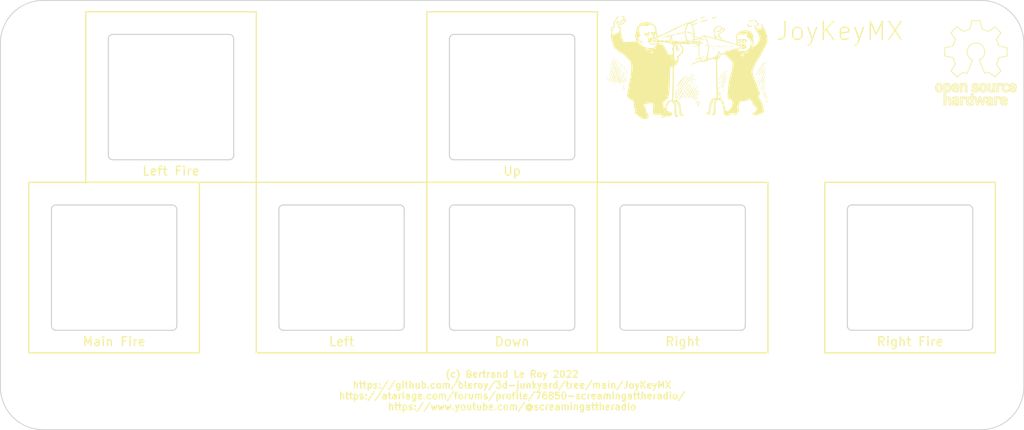
<source format=kicad_pcb>
(kicad_pcb (version 20211014) (generator pcbnew)
  (layers (0 "F.Cu" signal) (31 "B.Cu" signal) (34 "B.Paste" user) (35 "F.Paste" user) (36 "B.SilkS" user "B.Silkscreen") (37 "F.SilkS" user "F.Silkscreen") (38 "B.Mask" user) (39 "F.Mask" user) (44 "Edge.Cuts" user))
  (net 0 "")
  (footprint "Library:SW_Hole_1.00u_PCB" (layer "F.Cu") (at 146.05 127)
    (fp_text reference "SW7" hide)
    (fp_text value "SW_WITHLED" hide)
    (fp_line (start -7 -6.5) (end -7 6.5) (layer "Edge.Cuts") (width 0.12))
    (fp_line (start -6.5 7) (end 6.5 7) (layer "Edge.Cuts") (width 0.12))
    (fp_line (start 7 -6.5) (end 7 6.5) (layer "Edge.Cuts") (width 0.12))
    (fp_line (start -6.5 -7) (end 6.5 -7) (layer "Edge.Cuts") (width 0.12))
    (fp_arc (start 7 6.5) (mid 6.853553 6.853553) (end 6.5 7) (layer "Edge.Cuts") (width 0.12))
    (fp_arc (start -6.5 7) (mid -6.853553 6.853553) (end -7 6.5) (layer "Edge.Cuts") (width 0.12))
    (fp_arc (start -7 -6.5) (mid -6.853553 -6.853553) (end -6.5 -7) (layer "Edge.Cuts") (width 0.12))
    (fp_arc (start 6.5 -7) (mid 6.853553 -6.853553) (end 7 -6.5) (layer "Edge.Cuts") (width 0.12))
  )
  (footprint "Library:SW_Hole_1.00u_PCB" (layer "F.Cu") (at 88.9 107.95)
    (fp_text reference "SW3" hide)
    (fp_text value "SW_WITHLED" hide)
    (fp_line (start -6.5 -7) (end 6.5 -7) (layer "Edge.Cuts") (width 0.12))
    (fp_line (start -6.5 7) (end 6.5 7) (layer "Edge.Cuts") (width 0.12))
    (fp_line (start -7 -6.5) (end -7 6.5) (layer "Edge.Cuts") (width 0.12))
    (fp_line (start 7 -6.5) (end 7 6.5) (layer "Edge.Cuts") (width 0.12))
    (fp_arc (start -6.5 7) (mid -6.853553 6.853553) (end -7 6.5) (layer "Edge.Cuts") (width 0.12))
    (fp_arc (start 7 6.5) (mid 6.853553 6.853553) (end 6.5 7) (layer "Edge.Cuts") (width 0.12))
    (fp_arc (start -7 -6.5) (mid -6.853553 -6.853553) (end -6.5 -7) (layer "Edge.Cuts") (width 0.12))
    (fp_arc (start 6.5 -7) (mid 6.853553 -6.853553) (end 7 -6.5) (layer "Edge.Cuts") (width 0.12))
  )
  (footprint "MountingHole:MountingHole_3.2mm_M3" (layer "F.Cu") (at 179.07 140.0175)
    (fp_text reference "REF**" hide)
    (fp_text value "MountingHole_3.2mm_M3" hide)
    (pad "" np_thru_hole circle (at 0 0) (size 3.2 3.2) (drill 3.2) (layers *.Cu *.Mask))
  )
  (footprint "Library:SW_Hole_1.00u_PCB" (layer "F.Cu") (at 127 107.95)
    (fp_text reference "SW4" hide)
    (fp_text value "SW_WITHLED" hide)
    (fp_line (start 7 -6.5) (end 7 6.5) (layer "Edge.Cuts") (width 0.12))
    (fp_line (start -7 -6.5) (end -7 6.5) (layer "Edge.Cuts") (width 0.12))
    (fp_line (start -6.5 7) (end 6.5 7) (layer "Edge.Cuts") (width 0.12))
    (fp_line (start -6.5 -7) (end 6.5 -7) (layer "Edge.Cuts") (width 0.12))
    (fp_arc (start -6.5 7) (mid -6.853553 6.853553) (end -7 6.5) (layer "Edge.Cuts") (width 0.12))
    (fp_arc (start 7 6.5) (mid 6.853553 6.853553) (end 6.5 7) (layer "Edge.Cuts") (width 0.12))
    (fp_arc (start -7 -6.5) (mid -6.853553 -6.853553) (end -6.5 -7) (layer "Edge.Cuts") (width 0.12))
    (fp_arc (start 6.5 -7) (mid 6.853553 -6.853553) (end 7 -6.5) (layer "Edge.Cuts") (width 0.12))
  )
  (footprint "Library:SW_Hole_1.00u_PCB" (layer "F.Cu") (at 171.45 127)
    (fp_text reference "SW2" hide)
    (fp_text value "SW_WITHLED" hide)
    (fp_line (start -6.5 -7) (end 6.5 -7) (layer "Edge.Cuts") (width 0.12))
    (fp_line (start -6.5 7) (end 6.5 7) (layer "Edge.Cuts") (width 0.12))
    (fp_line (start 7 -6.5) (end 7 6.5) (layer "Edge.Cuts") (width 0.12))
    (fp_line (start -7 -6.5) (end -7 6.5) (layer "Edge.Cuts") (width 0.12))
    (fp_arc (start -6.5 7) (mid -6.853553 6.853553) (end -7 6.5) (layer "Edge.Cuts") (width 0.12))
    (fp_arc (start -7 -6.5) (mid -6.853553 -6.853553) (end -6.5 -7) (layer "Edge.Cuts") (width 0.12))
    (fp_arc (start 7 6.5) (mid 6.853553 6.853553) (end 6.5 7) (layer "Edge.Cuts") (width 0.12))
    (fp_arc (start 6.5 -7) (mid 6.853553 -6.853553) (end 7 -6.5) (layer "Edge.Cuts") (width 0.12))
  )
  (footprint "Library:ScreamingLogo" (layer "F.Cu") (at 146.691778 103.559601)
    (fp_text reference "G***" hide)
    (fp_text value "LOGO" hide)
  )
  (footprint "Library:OSH_logo" (layer "F.Cu") (at 178.811851 102.80769)
    (fp_text reference "REF**" hide)
    (fp_text value "OSH_logo" hide)
  )
  (footprint "Library:SW_Hole_1.00u_PCB" (layer "F.Cu") (at 82.55 127)
    (fp_text reference "SW1" hide)
    (fp_text value "SW_WITHLED" hide)
    (fp_line (start -6.5 7) (end 6.5 7) (layer "Edge.Cuts") (width 0.12))
    (fp_line (start 7 -6.5) (end 7 6.5) (layer "Edge.Cuts") (width 0.12))
    (fp_line (start -7 -6.5) (end -7 6.5) (layer "Edge.Cuts") (width 0.12))
    (fp_line (start -6.5 -7) (end 6.5 -7) (layer "Edge.Cuts") (width 0.12))
    (fp_arc (start 7 6.5) (mid 6.853553 6.853553) (end 6.5 7) (layer "Edge.Cuts") (width 0.12))
    (fp_arc (start -7 -6.5) (mid -6.853553 -6.853553) (end -6.5 -7) (layer "Edge.Cuts") (width 0.12))
    (fp_arc (start 6.5 -7) (mid 6.853553 -6.853553) (end 7 -6.5) (layer "Edge.Cuts") (width 0.12))
    (fp_arc (start -6.5 7) (mid -6.853553 6.853553) (end -7 6.5) (layer "Edge.Cuts") (width 0.12))
  )
  (footprint "Library:SW_Hole_1.00u_PCB" (layer "F.Cu") (at 127 127)
    (fp_text reference "SW5" hide)
    (fp_text value "SW_WITHLED" hide)
    (fp_line (start -6.5 -7) (end 6.5 -7) (layer "Edge.Cuts") (width 0.12))
    (fp_line (start 7 -6.5) (end 7 6.5) (layer "Edge.Cuts") (width 0.12))
    (fp_line (start -7 -6.5) (end -7 6.5) (layer "Edge.Cuts") (width 0.12))
    (fp_line (start -6.5 7) (end 6.5 7) (layer "Edge.Cuts") (width 0.12))
    (fp_arc (start -6.5 7) (mid -6.853553 6.853553) (end -7 6.5) (layer "Edge.Cuts") (width 0.12))
    (fp_arc (start 7 6.5) (mid 6.853553 6.853553) (end 6.5 7) (layer "Edge.Cuts") (width 0.12))
    (fp_arc (start 6.5 -7) (mid 6.853553 -6.853553) (end 7 -6.5) (layer "Edge.Cuts") (width 0.12))
    (fp_arc (start -7 -6.5) (mid -6.853553 -6.853553) (end -6.5 -7) (layer "Edge.Cuts") (width 0.12))
  )
  (footprint "Library:SW_Hole_1.00u_PCB" (layer "F.Cu") (at 107.95 127)
    (fp_text reference "SW6" hide)
    (fp_text value "SW_WITHLED" hide)
    (fp_line (start -6.5 7) (end 6.5 7) (layer "Edge.Cuts") (width 0.12))
    (fp_line (start 7 -6.5) (end 7 6.5) (layer "Edge.Cuts") (width 0.12))
    (fp_line (start -7 -6.5) (end -7 6.5) (layer "Edge.Cuts") (width 0.12))
    (fp_line (start -6.5 -7) (end 6.5 -7) (layer "Edge.Cuts") (width 0.12))
    (fp_arc (start 6.5 -7) (mid 6.853553 -6.853553) (end 7 -6.5) (layer "Edge.Cuts") (width 0.12))
    (fp_arc (start 7 6.5) (mid 6.853553 6.853553) (end 6.5 7) (layer "Edge.Cuts") (width 0.12))
    (fp_arc (start -7 -6.5) (mid -6.853553 -6.853553) (end -6.5 -7) (layer "Edge.Cuts") (width 0.12))
    (fp_arc (start -6.5 7) (mid -6.853553 6.853553) (end -7 6.5) (layer "Edge.Cuts") (width 0.12))
  )
  (footprint "MountingHole:MountingHole_3.2mm_M3" (layer "F.Cu") (at 74.93 140.0175)
    (fp_text reference "REF**" hide)
    (fp_text value "MountingHole_3.2mm_M3" hide)
    (pad "" np_thru_hole circle (at 0 0) (size 3.2 3.2) (drill 3.2) (layers *.Cu *.Mask))
  )
  (gr_arc (start 69.85 101.919596) (mid 71.244904 98.552) (end 74.6125 97.157096) (layer "Edge.Cuts") (width 0.1))
  (gr_line (start 69.85 101.919596) (end 69.85 140.335) (layer "Edge.Cuts") (width 0.1))
  (gr_arc (start 179.3875 97.157096) (mid 182.755096 98.552) (end 184.15 101.919596) (layer "Edge.Cuts") (width 0.1))
  (gr_arc (start 184.15 140.335) (mid 182.755096 143.702596) (end 179.3875 145.0975) (layer "Edge.Cuts") (width 0.1))
  (gr_line (start 74.6125 145.0975) (end 179.3875 145.0975) (layer "Edge.Cuts") (width 0.1))
  (gr_line (start 184.15 101.919596) (end 184.15 140.335) (layer "Edge.Cuts") (width 0.1))
  (gr_line (start 74.6125 97.157096) (end 179.3875 97.157096) (layer "Edge.Cuts") (width 0.1))
  (gr_arc (start 74.6125 145.0975) (mid 71.244904 143.702596) (end 69.85 140.335) (layer "Edge.Cuts") (width 0.1))
  (gr_text "Left Fire" (at 88.9 116.205) (layer "F.SilkS") (effects (font (size 1 1))))
  (gr_text "Up" (at 127 116.205) (layer "F.SilkS") (effects (font (size 1 1))))
  (gr_text "Down" (at 127 135.255) (layer "F.SilkS") (effects (font (size 1 1))))
  (gr_text "Right" (at 146.05 135.255) (layer "F.SilkS") (effects (font (size 1 1))))
  (gr_text "JoyKeyMX" (at 163.576 100.584) (layer "F.SilkS") (effects (font (size 2 2))))
  (gr_text "Main Fire" (at 82.55 135.255) (layer "F.SilkS") (effects (font (size 1 1))))
  (gr_text "Right Fire" (at 171.45 135.255) (layer "F.SilkS") (effects (font (size 1 1))))
  (gr_text "(c) Bertrand Le Roy 2022\nhttps://github.com/bleroy/3d-junkyard/tree/main/JoyKeyMX\nhttps://atariage.com/forums/profile/76850-screamingattheradio/\nhttps://www.youtube.com/@screamingattheradio" (at 127 140.716) (layer "F.SilkS") (effects (font (size 0.75 0.75))))
  (gr_text "Left" (at 107.95 135.255) (layer "F.SilkS") (effects (font (size 1 1))))
)
</source>
